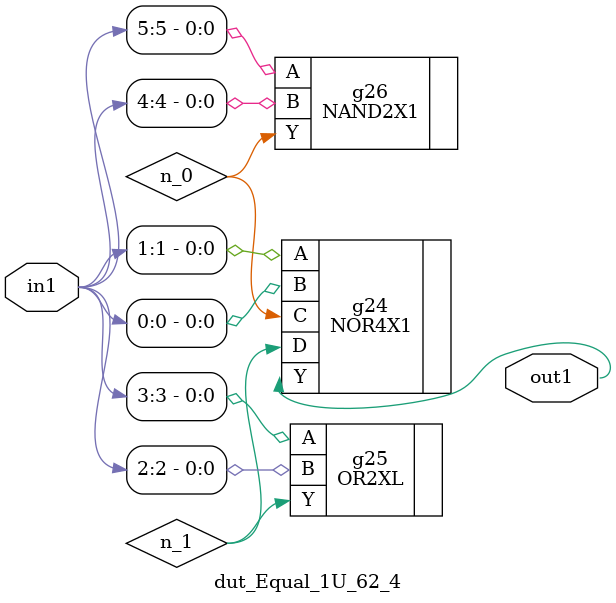
<source format=v>
`timescale 1ps / 1ps


module dut_Equal_1U_62_4(in1, out1);
  input [5:0] in1;
  output out1;
  wire [5:0] in1;
  wire out1;
  wire n_0, n_1;
  NOR4X1 g24(.A (in1[1]), .B (in1[0]), .C (n_0), .D (n_1), .Y (out1));
  OR2XL g25(.A (in1[3]), .B (in1[2]), .Y (n_1));
  NAND2X1 g26(.A (in1[5]), .B (in1[4]), .Y (n_0));
endmodule



</source>
